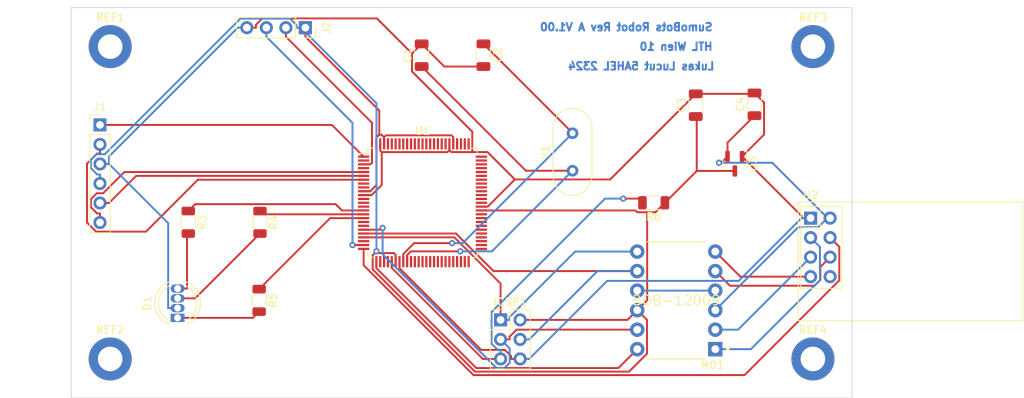
<source format=kicad_pcb>
(kicad_pcb (version 20211014) (generator pcbnew)
  (layers (0 "F.Cu" signal) (31 "B.Cu" signal) (34 "B.Paste" user) (35 "F.Paste" user) (36 "B.SilkS" user "B.Silkscreen") (37 "F.SilkS" user "F.Silkscreen") (38 "B.Mask" user) (39 "F.Mask" user) (44 "Edge.Cuts" user))
  (net 0 "")
  (net 1 "Net-(C1-Pad1)")
  (net 2 "GND")
  (net 3 "Net-(C2-Pad1)")
  (net 4 "VCC")
  (net 5 "Net-(C4-Pad1)")
  (net 6 "Net-(D1-Pad1)")
  (net 7 "Net-(D1-Pad3)")
  (net 8 "Net-(D1-Pad4)")
  (net 9 "Net-(ICSP1-Pad1)")
  (net 10 "Net-(ICSP1-Pad3)")
  (net 11 "Net-(ICSP1-Pad4)")
  (net 12 "Net-(ICSP1-Pad5)")
  (net 13 "Net-(J1-Pad1)")
  (net 14 "Net-(J1-Pad2)")
  (net 15 "Net-(J1-Pad5)")
  (net 16 "Net-(J1-Pad6)")
  (net 17 "Net-(MD1-Pad1)")
  (net 18 "Net-(MD1-Pad2)")
  (net 19 "Net-(MD1-Pad4)")
  (net 20 "Net-(MD1-Pad5)")
  (net 21 "Net-(MD1-Pad6)")
  (net 22 "Net-(MD1-Pad12)")
  (net 23 "Net-(R3-Pad1)")
  (net 24 "Net-(R4-Pad1)")
  (net 25 "Net-(R5-Pad1)")
  (net 36 "Net-(U1-Pad25)")
  (net 100 "Net-(J2-Pad2)")
  (net 101 "Net-(J2-Pad3)")
  (footprint "BOB_Converter:SparkFun-BOB-12009-MFG" (layer "F.Cu") (at 182.88 139.7 180)
    (fp_text reference "MD1" (at -6.35 -8.42) (layer "F.SilkS") (effects (justify right)))
    (fp_text value "BOB-12009" (at 0 0) (layer "F.SilkS") (effects (font (size 1.27 1.27))))
    (fp_line (start -3.765 -7.62) (end 3.765 -7.62) (layer "F.SilkS") (width 0.15))
    (fp_line (start -3.765 7.62) (end 3.765 7.62) (layer "F.SilkS") (width 0.15))
    (fp_circle (center -6.7 -6.35) (end -6.575 -6.35) (layer "F.SilkS") (width 0.25) (fill none))
    (pad "1" thru_hole rect (at -5.08 -6.35 180) (size 1.88 1.88) (drill 1.02) (layers *.Cu *.Mask) (net 17 "Net-(MD1-Pad1)"))
    (pad "2" thru_hole circle (at -5.08 -3.81 180) (size 1.88 1.88) (drill 1.02) (layers *.Cu *.Mask) (net 18 "Net-(MD1-Pad2)"))
    (pad "3" thru_hole circle (at -5.08 -1.27 180) (size 1.88 1.88) (drill 1.02) (layers *.Cu *.Mask) (net 5 "Net-(C4-Pad1)"))
    (pad "4" thru_hole circle (at -5.08 1.27 180) (size 1.88 1.88) (drill 1.02) (layers *.Cu *.Mask) (net 19 "Net-(MD1-Pad4)"))
    (pad "5" thru_hole circle (at -5.08 3.81 180) (size 1.88 1.88) (drill 1.02) (layers *.Cu *.Mask) (net 20 "Net-(MD1-Pad5)"))
    (pad "6" thru_hole circle (at -5.08 6.35 180) (size 1.88 1.88) (drill 1.02) (layers *.Cu *.Mask) (net 21 "Net-(MD1-Pad6)"))
    (pad "7" thru_hole circle (at 5.08 6.35 180) (size 1.88 1.88) (drill 1.02) (layers *.Cu *.Mask) (net 9 "Net-(ICSP1-Pad1)"))
    (pad "8" thru_hole circle (at 5.08 3.81 180) (size 1.88 1.88) (drill 1.02) (layers *.Cu *.Mask) (net 11 "Net-(ICSP1-Pad4)"))
    (pad "9" thru_hole circle (at 5.08 1.27 180) (size 1.88 1.88) (drill 1.02) (layers *.Cu *.Mask) (net 19 "Net-(MD1-Pad4)"))
    (pad "10" thru_hole circle (at 5.08 -1.27 180) (size 1.88 1.88) (drill 1.02) (layers *.Cu *.Mask) (net 4 "VCC"))
    (pad "11" thru_hole circle (at 5.08 -3.81 180) (size 1.88 1.88) (drill 1.02) (layers *.Cu *.Mask) (net 10 "Net-(ICSP1-Pad3)"))
    (pad "12" thru_hole circle (at 5.08 -6.35 180) (size 1.88 1.88) (drill 1.02) (layers *.Cu *.Mask) (net 22 "Net-(MD1-Pad12)"))
  )
  (footprint "MountingHole:MountingHole_3.2mm_M3_DIN965_Pad" (layer "F.Cu") (at 200.66 106.68)
    (fp_text reference "REF3" (at 0 -3.8) (layer "F.SilkS"))
    (fp_text value "MountingHole_3.2mm_M3_DIN965_Pad")
    (pad "1" thru_hole circle (at 0 0) (size 5.6 5.6) (drill 3.2) (layers *.Cu *.Mask))
  )
  (footprint "Connector_PinSocket_2.54mm:PinSocket_1x04_P2.54mm_Vertical" (layer "F.Cu") (at 134.62 104.215 -90)
    (fp_text reference "J2" (at 0 -2.77 90) (layer "F.SilkS"))
    (fp_text value "Test_Pins")
    (fp_line (start -1.33 1.27) (end -1.33 8.95) (layer "F.SilkS") (width 0.12))
    (fp_line (start 1.33 -1.33) (end 1.33 0) (layer "F.SilkS") (width 0.12))
    (fp_line (start 0 -1.33) (end 1.33 -1.33) (layer "F.SilkS") (width 0.12))
    (fp_line (start 1.33 1.27) (end 1.33 8.95) (layer "F.SilkS") (width 0.12))
    (fp_line (start -1.33 1.27) (end 1.33 1.27) (layer "F.SilkS") (width 0.12))
    (fp_line (start -1.33 8.95) (end 1.33 8.95) (layer "F.SilkS") (width 0.12))
    (pad "1" thru_hole rect (at 0 0 270) (size 1.7 1.7) (drill 1) (layers *.Cu *.Mask) (net 4 "VCC"))
    (pad "2" thru_hole oval (at 0 2.54 270) (size 1.7 1.7) (drill 1) (layers *.Cu *.Mask) (net 100 "Net-(J2-Pad2)"))
    (pad "3" thru_hole oval (at 0 5.08 270) (size 1.7 1.7) (drill 1) (layers *.Cu *.Mask) (net 101 "Net-(J2-Pad3)"))
    (pad "4" thru_hole oval (at 0 7.62 270) (size 1.7 1.7) (drill 1) (layers *.Cu *.Mask) (net 2 "GND"))
  )
  (footprint "Package_QFP:TQFP-100_14x14mm_P0.5mm" (layer "F.Cu") (at 149.86 127)
    (fp_text reference "U1" (at 0 -9.35) (layer "F.SilkS"))
    (fp_text value "ATmega2560-16A")
    (fp_line (start 7.11 7.11) (end 7.11 6.41) (layer "F.SilkS") (width 0.12))
    (fp_line (start 7.11 -7.11) (end 7.11 -6.41) (layer "F.SilkS") (width 0.12))
    (fp_line (start -6.41 7.11) (end -7.11 7.11) (layer "F.SilkS") (width 0.12))
    (fp_line (start 6.41 -7.11) (end 7.11 -7.11) (layer "F.SilkS") (width 0.12))
    (fp_line (start -6.41 -7.11) (end -7.11 -7.11) (layer "F.SilkS") (width 0.12))
    (fp_line (start -7.11 -6.41) (end -8.4 -6.41) (layer "F.SilkS") (width 0.12))
    (fp_line (start 6.41 7.11) (end 7.11 7.11) (layer "F.SilkS") (width 0.12))
    (fp_line (start -7.11 -7.11) (end -7.11 -6.41) (layer "F.SilkS") (width 0.12))
    (fp_line (start -7.11 7.11) (end -7.11 6.41) (layer "F.SilkS") (width 0.12))
    (pad "1" smd roundrect (at -7.6625 -6) (size 1.475 0.3) (layers "F.Cu" "F.Paste" "F.Mask") (net 13 "Net-(J1-Pad1)"))
    (pad "2" smd roundrect (at -7.6625 -5.5) (size 1.475 0.3) (layers "F.Cu" "F.Paste" "F.Mask"))
    (pad "3" smd roundrect (at -7.6625 -5) (size 1.475 0.3) (layers "F.Cu" "F.Paste" "F.Mask") (net 100 "Net-(J2-Pad2)"))
    (pad "4" smd roundrect (at -7.6625 -4.5) (size 1.475 0.3) (layers "F.Cu" "F.Paste" "F.Mask"))
    (pad "5" smd roundrect (at -7.6625 -4) (size 1.475 0.3) (layers "F.Cu" "F.Paste" "F.Mask") (net 16 "Net-(J1-Pad6)"))
    (pad "6" smd roundrect (at -7.6625 -3.5) (size 1.475 0.3) (layers "F.Cu" "F.Paste" "F.Mask") (net 15 "Net-(J1-Pad5)"))
    (pad "7" smd roundrect (at -7.6625 -3) (size 1.475 0.3) (layers "F.Cu" "F.Paste" "F.Mask") (net 14 "Net-(J1-Pad2)"))
    (pad "8" smd roundrect (at -7.6625 -2.5) (size 1.475 0.3) (layers "F.Cu" "F.Paste" "F.Mask"))
    (pad "9" smd roundrect (at -7.6625 -2) (size 1.475 0.3) (layers "F.Cu" "F.Paste" "F.Mask"))
    (pad "10" smd roundrect (at -7.6625 -1.5) (size 1.475 0.3) (layers "F.Cu" "F.Paste" "F.Mask") (net 4 "VCC"))
    (pad "11" smd roundrect (at -7.6625 -1) (size 1.475 0.3) (layers "F.Cu" "F.Paste" "F.Mask") (net 2 "GND"))
    (pad "12" smd roundrect (at -7.6625 -0.5) (size 1.475 0.3) (layers "F.Cu" "F.Paste" "F.Mask"))
    (pad "13" smd roundrect (at -7.6625 0) (size 1.475 0.3) (layers "F.Cu" "F.Paste" "F.Mask"))
    (pad "14" smd roundrect (at -7.6625 0.5) (size 1.475 0.3) (layers "F.Cu" "F.Paste" "F.Mask"))
    (pad "15" smd roundrect (at -7.6625 1) (size 1.475 0.3) (layers "F.Cu" "F.Paste" "F.Mask") (net 23 "Net-(R3-Pad1)"))
    (pad "16" smd roundrect (at -7.6625 1.5) (size 1.475 0.3) (layers "F.Cu" "F.Paste" "F.Mask") (net 24 "Net-(R4-Pad1)"))
    (pad "17" smd roundrect (at -7.6625 2) (size 1.475 0.3) (layers "F.Cu" "F.Paste" "F.Mask") (net 25 "Net-(R5-Pad1)"))
    (pad "18" smd roundrect (at -7.6625 2.5) (size 1.475 0.3) (layers "F.Cu" "F.Paste" "F.Mask"))
    (pad "19" smd roundrect (at -7.6625 3) (size 1.475 0.3) (layers "F.Cu" "F.Paste" "F.Mask"))
    (pad "20" smd roundrect (at -7.6625 3.5) (size 1.475 0.3) (layers "F.Cu" "F.Paste" "F.Mask") (net 10 "Net-(ICSP1-Pad3)"))
    (pad "21" smd roundrect (at -7.6625 4) (size 1.475 0.3) (layers "F.Cu" "F.Paste" "F.Mask") (net 11 "Net-(ICSP1-Pad4)"))
    (pad "22" smd roundrect (at -7.6625 4.5) (size 1.475 0.3) (layers "F.Cu" "F.Paste" "F.Mask") (net 9 "Net-(ICSP1-Pad1)"))
    (pad "23" smd roundrect (at -7.6625 5) (size 1.475 0.3) (layers "F.Cu" "F.Paste" "F.Mask"))
    (pad "24" smd roundrect (at -7.6625 5.5) (size 1.475 0.3) (layers "F.Cu" "F.Paste" "F.Mask") (net 101 "Net-(J2-Pad3)"))
    (pad "25" smd roundrect (at -7.6625 6) (size 1.475 0.3) (layers "F.Cu" "F.Paste" "F.Mask") (net 36 "Net-(U1-Pad25)"))
    (pad "26" smd roundrect (at -6 7.6625) (size 0.3 1.475) (layers "F.Cu" "F.Paste" "F.Mask") (net 22 "Net-(MD1-Pad12)"))
    (pad "27" smd roundrect (at -5.5 7.6625) (size 0.3 1.475) (layers "F.Cu" "F.Paste" "F.Mask"))
    (pad "28" smd roundrect (at -5 7.6625) (size 0.3 1.475) (layers "F.Cu" "F.Paste" "F.Mask"))
    (pad "29" smd roundrect (at -4.5 7.6625) (size 0.3 1.475) (layers "F.Cu" "F.Paste" "F.Mask"))
    (pad "30" smd roundrect (at -4 7.6625) (size 0.3 1.475) (layers "F.Cu" "F.Paste" "F.Mask") (net 12 "Net-(ICSP1-Pad5)"))
    (pad "31" smd roundrect (at -3.5 7.6625) (size 0.3 1.475) (layers "F.Cu" "F.Paste" "F.Mask") (net 4 "VCC"))
    (pad "32" smd roundrect (at -3 7.6625) (size 0.3 1.475) (layers "F.Cu" "F.Paste" "F.Mask") (net 2 "GND"))
    (pad "33" smd roundrect (at -2.5 7.6625) (size 0.3 1.475) (layers "F.Cu" "F.Paste" "F.Mask") (net 3 "Net-(C2-Pad1)"))
    (pad "34" smd roundrect (at -2 7.6625) (size 0.3 1.475) (layers "F.Cu" "F.Paste" "F.Mask") (net 1 "Net-(C1-Pad1)"))
    (pad "35" smd roundrect (at -1.5 7.6625) (size 0.3 1.475) (layers "F.Cu" "F.Paste" "F.Mask"))
    (pad "36" smd roundrect (at -1 7.6625) (size 0.3 1.475) (layers "F.Cu" "F.Paste" "F.Mask"))
    (pad "37" smd roundrect (at -0.5 7.6625) (size 0.3 1.475) (layers "F.Cu" "F.Paste" "F.Mask"))
    (pad "38" smd roundrect (at 0 7.6625) (size 0.3 1.475) (layers "F.Cu" "F.Paste" "F.Mask"))
    (pad "39" smd roundrect (at 0.5 7.6625) (size 0.3 1.475) (layers "F.Cu" "F.Paste" "F.Mask"))
    (pad "40" smd roundrect (at 1 7.6625) (size 0.3 1.475) (layers "F.Cu" "F.Paste" "F.Mask"))
    (pad "41" smd roundrect (at 1.5 7.6625) (size 0.3 1.475) (layers "F.Cu" "F.Paste" "F.Mask"))
    (pad "42" smd roundrect (at 2 7.6625) (size 0.3 1.475) (layers "F.Cu" "F.Paste" "F.Mask"))
    (pad "43" smd roundrect (at 2.5 7.6625) (size 0.3 1.475) (layers "F.Cu" "F.Paste" "F.Mask"))
    (pad "44" smd roundrect (at 3 7.6625) (size 0.3 1.475) (layers "F.Cu" "F.Paste" "F.Mask"))
    (pad "45" smd roundrect (at 3.5 7.6625) (size 0.3 1.475) (layers "F.Cu" "F.Paste" "F.Mask"))
    (pad "46" smd roundrect (at 4 7.6625) (size 0.3 1.475) (layers "F.Cu" "F.Paste" "F.Mask"))
    (pad "47" smd roundrect (at 4.5 7.6625) (size 0.3 1.475) (layers "F.Cu" "F.Paste" "F.Mask"))
    (pad "48" smd roundrect (at 5 7.6625) (size 0.3 1.475) (layers "F.Cu" "F.Paste" "F.Mask"))
    (pad "49" smd roundrect (at 5.5 7.6625) (size 0.3 1.475) (layers "F.Cu" "F.Paste" "F.Mask"))
    (pad "50" smd roundrect (at 6 7.6625) (size 0.3 1.475) (layers "F.Cu" "F.Paste" "F.Mask"))
    (pad "51" smd roundrect (at 7.6625 6) (size 1.475 0.3) (layers "F.Cu" "F.Paste" "F.Mask"))
    (pad "52" smd roundrect (at 7.6625 5.5) (size 1.475 0.3) (layers "F.Cu" "F.Paste" "F.Mask"))
    (pad "53" smd roundrect (at 7.6625 5) (size 1.475 0.3) (layers "F.Cu" "F.Paste" "F.Mask"))
    (pad "54" smd roundrect (at 7.6625 4.5) (size 1.475 0.3) (layers "F.Cu" "F.Paste" "F.Mask"))
    (pad "55" smd roundrect (at 7.6625 4) (size 1.475 0.3) (layers "F.Cu" "F.Paste" "F.Mask"))
    (pad "56" smd roundrect (at 7.6625 3.5) (size 1.475 0.3) (layers "F.Cu" "F.Paste" "F.Mask"))
    (pad "57" smd roundrect (at 7.6625 3) (size 1.475 0.3) (layers "F.Cu" "F.Paste" "F.Mask"))
    (pad "58" smd roundrect (at 7.6625 2.5) (size 1.475 0.3) (layers "F.Cu" "F.Paste" "F.Mask"))
    (pad "59" smd roundrect (at 7.6625 2) (size 1.475 0.3) (layers "F.Cu" "F.Paste" "F.Mask"))
    (pad "60" smd roundrect (at 7.6625 1.5) (size 1.475 0.3) (layers "F.Cu" "F.Paste" "F.Mask"))
    (pad "61" smd roundrect (at 7.6625 1) (size 1.475 0.3) (layers "F.Cu" "F.Paste" "F.Mask") (net 4 "VCC"))
    (pad "62" smd roundrect (at 7.6625 0.5) (size 1.475 0.3) (layers "F.Cu" "F.Paste" "F.Mask") (net 2 "GND"))
    (pad "63" smd roundrect (at 7.6625 0) (size 1.475 0.3) (layers "F.Cu" "F.Paste" "F.Mask"))
    (pad "64" smd roundrect (at 7.6625 -0.5) (size 1.475 0.3) (layers "F.Cu" "F.Paste" "F.Mask"))
    (pad "65" smd roundrect (at 7.6625 -1) (size 1.475 0.3) (layers "F.Cu" "F.Paste" "F.Mask"))
    (pad "66" smd roundrect (at 7.6625 -1.5) (size 1.475 0.3) (layers "F.Cu" "F.Paste" "F.Mask"))
    (pad "67" smd roundrect (at 7.6625 -2) (size 1.475 0.3) (layers "F.Cu" "F.Paste" "F.Mask"))
    (pad "68" smd roundrect (at 7.6625 -2.5) (size 1.475 0.3) (layers "F.Cu" "F.Paste" "F.Mask"))
    (pad "69" smd roundrect (at 7.6625 -3) (size 1.475 0.3) (layers "F.Cu" "F.Paste" "F.Mask"))
    (pad "70" smd roundrect (at 7.6625 -3.5) (size 1.475 0.3) (layers "F.Cu" "F.Paste" "F.Mask"))
    (pad "71" smd roundrect (at 7.6625 -4) (size 1.475 0.3) (layers "F.Cu" "F.Paste" "F.Mask"))
    (pad "72" smd roundrect (at 7.6625 -4.5) (size 1.475 0.3) (layers "F.Cu" "F.Paste" "F.Mask"))
    (pad "73" smd roundrect (at 7.6625 -5) (size 1.475 0.3) (layers "F.Cu" "F.Paste" "F.Mask"))
    (pad "74" smd roundrect (at 7.6625 -5.5) (size 1.475 0.3) (layers "F.Cu" "F.Paste" "F.Mask"))
    (pad "75" smd roundrect (at 7.6625 -6) (size 1.475 0.3) (layers "F.Cu" "F.Paste" "F.Mask"))
    (pad "76" smd roundrect (at 6 -7.6625) (size 0.3 1.475) (layers "F.Cu" "F.Paste" "F.Mask"))
    (pad "77" smd roundrect (at 5.5 -7.6625) (size 0.3 1.475) (layers "F.Cu" "F.Paste" "F.Mask"))
    (pad "78" smd roundrect (at 5 -7.6625) (size 0.3 1.475) (layers "F.Cu" "F.Paste" "F.Mask"))
    (pad "79" smd roundrect (at 4.5 -7.6625) (size 0.3 1.475) (layers "F.Cu" "F.Paste" "F.Mask"))
    (pad "80" smd roundrect (at 4 -7.6625) (size 0.3 1.475) (layers "F.Cu" "F.Paste" "F.Mask") (net 4 "VCC"))
    (pad "81" smd roundrect (at 3.5 -7.6625) (size 0.3 1.475) (layers "F.Cu" "F.Paste" "F.Mask") (net 2 "GND"))
    (pad "82" smd roundrect (at 3 -7.6625) (size 0.3 1.475) (layers "F.Cu" "F.Paste" "F.Mask"))
    (pad "83" smd roundrect (at 2.5 -7.6625) (size 0.3 1.475) (layers "F.Cu" "F.Paste" "F.Mask"))
    (pad "84" smd roundrect (at 2 -7.6625) (size 0.3 1.475) (layers "F.Cu" "F.Paste" "F.Mask"))
    (pad "85" smd roundrect (at 1.5 -7.6625) (size 0.3 1.475) (layers "F.Cu" "F.Paste" "F.Mask"))
    (pad "86" smd roundrect (at 1 -7.6625) (size 0.3 1.475) (layers "F.Cu" "F.Paste" "F.Mask"))
    (pad "87" smd roundrect (at 0.5 -7.6625) (size 0.3 1.475) (layers "F.Cu" "F.Paste" "F.Mask"))
    (pad "88" smd roundrect (at 0 -7.6625) (size 0.3 1.475) (layers "F.Cu" "F.Paste" "F.Mask"))
    (pad "89" smd roundrect (at -0.5 -7.6625) (size 0.3 1.475) (layers "F.Cu" "F.Paste" "F.Mask"))
    (pad "90" smd roundrect (at -1 -7.6625) (size 0.3 1.475) (layers "F.Cu" "F.Paste" "F.Mask"))
    (pad "91" smd roundrect (at -1.5 -7.6625) (size 0.3 1.475) (layers "F.Cu" "F.Paste" "F.Mask"))
    (pad "92" smd roundrect (at -2 -7.6625) (size 0.3 1.475) (layers "F.Cu" "F.Paste" "F.Mask"))
    (pad "93" smd roundrect (at -2.5 -7.6625) (size 0.3 1.475) (layers "F.Cu" "F.Paste" "F.Mask"))
    (pad "94" smd roundrect (at -3 -7.6625) (size 0.3 1.475) (layers "F.Cu" "F.Paste" "F.Mask"))
    (pad "95" smd roundrect (at -3.5 -7.6625) (size 0.3 1.475) (layers "F.Cu" "F.Paste" "F.Mask"))
    (pad "96" smd roundrect (at -4 -7.6625) (size 0.3 1.475) (layers "F.Cu" "F.Paste" "F.Mask"))
    (pad "97" smd roundrect (at -4.5 -7.6625) (size 0.3 1.475) (layers "F.Cu" "F.Paste" "F.Mask"))
    (pad "98" smd roundrect (at -5 -7.6625) (size 0.3 1.475) (layers "F.Cu" "F.Paste" "F.Mask") (net 4 "VCC"))
    (pad "99" smd roundrect (at -5.5 -7.6625) (size 0.3 1.475) (layers "F.Cu" "F.Paste" "F.Mask") (net 2 "GND"))
    (pad "100" smd roundrect (at -6 -7.6625) (size 0.3 1.475) (layers "F.Cu" "F.Paste" "F.Mask") (net 4 "VCC"))
  )
  (footprint "LED_THT:LED_D5.0mm-4_RGB" (layer "F.Cu") (at 117.991 141.9741 90)
    (fp_text reference "D1" (at 1.905 -3.96 90) (layer "F.SilkS"))
    (fp_text value "APA-106-F5")
    (fp_line (start -0.655 -1.545) (end -0.655 -1.08) (layer "F.SilkS") (width 0.12))
    (fp_line (start -0.655 1.08) (end -0.655 1.545) (layer "F.SilkS") (width 0.12))
    (fp_arc (start 4.159479 1.080429) (mid 1.904762 2.5) (end -0.349684 1.08) (layer "F.SilkS") (width 0.12))
    (fp_arc (start 4.692815 1.080827) (mid 2.163456 2.978808) (end -0.655 1.54483) (layer "F.SilkS") (width 0.12))
    (fp_arc (start -0.655 -1.54483) (mid 2.163456 -2.978809) (end 4.692815 -1.080827) (layer "F.SilkS") (width 0.12))
    (fp_arc (start -0.349684 -1.08) (mid 1.904762 -2.5) (end 4.159479 -1.080429) (layer "F.SilkS") (width 0.12))
    (pad "1" thru_hole rect (at 0 0 90) (size 1.07 1.8) (drill 0.9) (layers *.Cu *.Mask) (net 6 "Net-(D1-Pad1)"))
    (pad "2" thru_hole oval (at 1.27 0 90) (size 1.07 1.8) (drill 0.9) (layers *.Cu *.Mask) (net 2 "GND"))
    (pad "3" thru_hole oval (at 2.54 0 90) (size 1.07 1.8) (drill 0.9) (layers *.Cu *.Mask) (net 7 "Net-(D1-Pad3)"))
    (pad "4" thru_hole oval (at 3.81 0 90) (size 1.07 1.8) (drill 0.9) (layers *.Cu *.Mask) (net 8 "Net-(D1-Pad4)"))
  )
  (footprint "MountingHole:MountingHole_3.2mm_M3_DIN965_Pad" (layer "F.Cu") (at 109.22 147.32)
    (fp_text reference "REF2" (at 0 -3.8) (layer "F.SilkS"))
    (fp_text value "MountingHole_3.2mm_M3_DIN965_Pad")
    (pad "1" thru_hole circle (at 0 0) (size 5.6 5.6) (drill 3.2) (layers *.Cu *.Mask))
  )
  (footprint "Resistor_SMD:R_1206_3216Metric" (layer "F.Cu") (at 179.94 127 180)
    (fp_text reference "R6" (at 0 -1.82) (layer "F.SilkS"))
    (fp_text value "10k")
    (fp_line (start -0.727064 0.91) (end 0.727064 0.91) (layer "F.SilkS") (width 0.12))
    (fp_line (start -0.727064 -0.91) (end 0.727064 -0.91) (layer "F.SilkS") (width 0.12))
    (pad "1" smd roundrect (at -1.4625 0 180) (size 1.125 1.75) (layers "F.Cu" "F.Paste" "F.Mask") (roundrect_rratio 0.222222) (net 4 "VCC"))
    (pad "2" smd roundrect (at 1.4625 0 180) (size 1.125 1.75) (layers "F.Cu" "F.Paste" "F.Mask") (roundrect_rratio 0.222222) (net 12 "Net-(ICSP1-Pad5)"))
  )
  (footprint "MountingHole:MountingHole_3.2mm_M3_DIN965_Pad" (layer "F.Cu") (at 200.66 147.32)
    (fp_text reference "REF4" (at 0 -3.8) (layer "F.SilkS"))
    (fp_text value "MountingHole_3.2mm_M3_DIN965_Pad")
    (pad "1" thru_hole circle (at 0 0) (size 5.6 5.6) (drill 3.2) (layers *.Cu *.Mask))
  )
  (footprint "Connector_PinHeader_2.54mm:PinHeader_1x06_P2.54mm_Vertical" (layer "F.Cu") (at 107.89 116.87)
    (fp_text reference "J1" (at 0 -2.33) (layer "F.SilkS"))
    (fp_text value "Motorshield")
    (fp_line (start -1.33 1.27) (end -1.33 14.03) (layer "F.SilkS") (width 0.12))
    (fp_line (start 1.33 1.27) (end 1.33 14.03) (layer "F.SilkS") (width 0.12))
    (fp_line (start -1.33 1.27) (end 1.33 1.27) (layer "F.SilkS") (width 0.12))
    (fp_line (start -1.33 0) (end -1.33 -1.33) (layer "F.SilkS") (width 0.12))
    (fp_line (start -1.33 -1.33) (end 0 -1.33) (layer "F.SilkS") (width 0.12))
    (fp_line (start -1.33 14.03) (end 1.33 14.03) (layer "F.SilkS") (width 0.12))
    (pad "1" thru_hole rect (at 0 0) (size 1.7 1.7) (drill 1) (layers *.Cu *.Mask) (net 13 "Net-(J1-Pad1)"))
    (pad "2" thru_hole oval (at 0 2.54) (size 1.7 1.7) (drill 1) (layers *.Cu *.Mask) (net 14 "Net-(J1-Pad2)"))
    (pad "3" thru_hole oval (at 0 5.08) (size 1.7 1.7) (drill 1) (layers *.Cu *.Mask) (net 2 "GND"))
    (pad "4" thru_hole oval (at 0 7.62) (size 1.7 1.7) (drill 1) (layers *.Cu *.Mask) (net 4 "VCC"))
    (pad "5" thru_hole oval (at 0 10.16) (size 1.7 1.7) (drill 1) (layers *.Cu *.Mask) (net 15 "Net-(J1-Pad5)"))
    (pad "6" thru_hole oval (at 0 12.7) (size 1.7 1.7) (drill 1) (layers *.Cu *.Mask) (net 16 "Net-(J1-Pad6)"))
  )
  (footprint "RF_Module:nRF24L01_Breakout" (layer "F.Cu") (at 200.36 128.995)
    (fp_text reference "U2" (at 0 -3) (layer "F.SilkS"))
    (fp_text value "NRF24L01_Breakout")
    (fp_line (start -1.27 9.144) (end -1.27 9.144) (layer "F.SilkS") (width 0.12))
    (fp_line (start -1.27 -1.524) (end 4.064 -1.524) (layer "F.SilkS") (width 0.12))
    (fp_line (start 1.27 -1.016) (end 1.27 1.27) (layer "F.SilkS") (width 0.12))
    (fp_line (start -1.27 9.144) (end -1.27 -1.524) (layer "F.SilkS") (width 0.12))
    (fp_line (start 27.6 13.35) (end -1.6 13.35) (layer "F.SilkS") (width 0.12))
    (fp_line (start 4.064 -1.524) (end 4.064 9.144) (layer "F.SilkS") (width 0.12))
    (fp_line (start -1.6 13.35) (end -1.6 -2.1) (layer "F.SilkS") (width 0.12))
    (fp_line (start 4.064 9.144) (end -1.27 9.144) (layer "F.SilkS") (width 0.12))
    (fp_line (start -1.27 -1.524) (end -1.27 -1.524) (layer "F.SilkS") (width 0.12))
    (fp_line (start -1.016 1.27) (end -1.016 1.27) (layer "F.SilkS") (width 0.12))
    (fp_line (start -1.6 -2.1) (end 27.6 -2.1) (layer "F.SilkS") (width 0.12))
    (fp_line (start 27.6 -2.1) (end 27.6 13.35) (layer "F.SilkS") (width 0.12))
    (fp_line (start 1.27 1.27) (end -1.016 1.27) (layer "F.SilkS") (width 0.12))
    (fp_line (start -1.6 -2.1) (end -1.6 -2.1) (layer "F.SilkS") (width 0.12))
    (pad "1" thru_hole rect (at 0 0) (size 1.7 1.7) (drill 1) (layers *.Cu *.Mask) (net 2 "GND"))
    (pad "2" thru_hole circle (at 2.54 0) (size 1.7 1.7) (drill 1) (layers *.Cu *.Mask) (net 5 "Net-(C4-Pad1)"))
    (pad "3" thru_hole circle (at 0 2.54) (size 1.7 1.7) (drill 1) (layers *.Cu *.Mask) (net 17 "Net-(MD1-Pad1)"))
    (pad "4" thru_hole circle (at 2.54 2.54) (size 1.7 1.7) (drill 1) (layers *.Cu *.Mask) (net 36 "Net-(U1-Pad25)"))
    (pad "5" thru_hole circle (at 0 5.08) (size 1.7 1.7) (drill 1) (layers *.Cu *.Mask) (net 18 "Net-(MD1-Pad2)"))
    (pad "6" thru_hole circle (at 2.54 5.08) (size 1.7 1.7) (drill 1) (layers *.Cu *.Mask) (net 20 "Net-(MD1-Pad5)"))
    (pad "7" thru_hole circle (at 0 7.62) (size 1.7 1.7) (drill 1) (layers *.Cu *.Mask) (net 21 "Net-(MD1-Pad6)"))
    (pad "8" thru_hole circle (at 2.54 7.62) (size 1.7 1.7) (drill 1) (layers *.Cu *.Mask))
  )
  (footprint "Crystal:Crystal_HC49-U_Vertical" (layer "F.Cu") (at 169.38 122.83 90)
    (fp_text reference "Y1" (at 2.44 -3.525 90) (layer "F.SilkS"))
    (fp_text value "16MHz")
    (fp_line (start -0.685 2.525) (end 5.565 2.525) (layer "F.SilkS") (width 0.12))
    (fp_line (start -0.685 -2.525) (end 5.565 -2.525) (layer "F.SilkS") (width 0.12))
    (fp_arc (start 5.565 -2.525) (mid 8.09 0) (end 5.565 2.525) (layer "F.SilkS") (width 0.12))
    (fp_arc (start -0.685 2.525) (mid -3.21 0) (end -0.685 -2.525) (layer "F.SilkS") (width 0.12))
    (pad "1" thru_hole circle (at 0 0 90) (size 1.5 1.5) (drill 0.8) (layers *.Cu *.Mask) (net 1 "Net-(C1-Pad1)"))
    (pad "2" thru_hole circle (at 4.88 0 90) (size 1.5 1.5) (drill 0.8) (layers *.Cu *.Mask) (net 3 "Net-(C2-Pad1)"))
  )
  (footprint "Capacitor_SMD:C_1206_3216Metric" (layer "F.Cu") (at 149.75 107.7975 90)
    (fp_text reference "C1" (at 0 -1.85 90) (layer "F.SilkS"))
    (fp_text value "22pF")
    (fp_line (start -0.711252 0.91) (end 0.711252 0.91) (layer "F.SilkS") (width 0.12))
    (fp_line (start -0.711252 -0.91) (end 0.711252 -0.91) (layer "F.SilkS") (width 0.12))
    (pad "1" smd roundrect (at -1.475 0 90) (size 1.15 1.8) (layers "F.Cu" "F.Paste" "F.Mask") (roundrect_rratio 0.217391) (net 1 "Net-(C1-Pad1)"))
    (pad "2" smd roundrect (at 1.475 0 90) (size 1.15 1.8) (layers "F.Cu" "F.Paste" "F.Mask") (roundrect_rratio 0.217391) (net 2 "GND"))
  )
  (footprint "Capacitor_SMD:C_1206_3216Metric" (layer "F.Cu") (at 185.42 114.3 90)
    (fp_text reference "C3" (at 0 -1.85 90) (layer "F.SilkS"))
    (fp_text value "470nF")
    (fp_line (start -0.711252 -0.91) (end 0.711252 -0.91) (layer "F.SilkS") (width 0.12))
    (fp_line (start -0.711252 0.91) (end 0.711252 0.91) (layer "F.SilkS") (width 0.12))
    (pad "1" smd roundrect (at -1.475 0 90) (size 1.15 1.8) (layers "F.Cu" "F.Paste" "F.Mask") (roundrect_rratio 0.217391) (net 4 "VCC"))
    (pad "2" smd roundrect (at 1.475 0 90) (size 1.15 1.8) (layers "F.Cu" "F.Paste" "F.Mask") (roundrect_rratio 0.217391) (net 2 "GND"))
  )
  (footprint "Capacitor_SMD:C_1206_3216Metric" (layer "F.Cu") (at 193.06 114.1875 90)
    (fp_text reference "C4" (at 0 -1.85 90) (layer "F.SilkS"))
    (fp_text value "470nF")
    (fp_line (start -0.711252 -0.91) (end 0.711252 -0.91) (layer "F.SilkS") (width 0.12))
    (fp_line (start -0.711252 0.91) (end 0.711252 0.91) (layer "F.SilkS") (width 0.12))
    (pad "1" smd roundrect (at -1.475 0 90) (size 1.15 1.8) (layers "F.Cu" "F.Paste" "F.Mask") (roundrect_rratio 0.217391) (net 5 "Net-(C4-Pad1)"))
    (pad "2" smd roundrect (at 1.475 0 90) (size 1.15 1.8) (layers "F.Cu" "F.Paste" "F.Mask") (roundrect_rratio 0.217391) (net 2 "GND"))
  )
  (footprint "Capacitor_SMD:C_1206_3216Metric" (layer "F.Cu") (at 157.79 107.7975 -90)
    (fp_text reference "C2" (at 0 -1.85 90) (layer "F.SilkS"))
    (fp_text value "22pF")
    (fp_line (start -0.711252 -0.91) (end 0.711252 -0.91) (layer "F.SilkS") (width 0.12))
    (fp_line (start -0.711252 0.91) (end 0.711252 0.91) (layer "F.SilkS") (width 0.12))
    (pad "1" smd roundrect (at -1.475 0 270) (size 1.15 1.8) (layers "F.Cu" "F.Paste" "F.Mask") (roundrect_rratio 0.217391) (net 3 "Net-(C2-Pad1)"))
    (pad "2" smd roundrect (at 1.475 0 270) (size 1.15 1.8) (layers "F.Cu" "F.Paste" "F.Mask") (roundrect_rratio 0.217391) (net 2 "GND"))
  )
  (footprint "MountingHole:MountingHole_3.2mm_M3_DIN965_Pad" (layer "F.Cu") (at 109.22 106.68)
    (fp_text reference "REF1" (at 0 -3.8) (layer "F.SilkS"))
    (fp_text value "MountingHole_3.2mm_M3_DIN965_Pad")
    (pad "1" thru_hole circle (at 0 0) (size 5.6 5.6) (drill 3.2) (layers *.Cu *.Mask))
  )
  (footprint "Resistor_SMD:R_1206_3216Metric" (layer "F.Cu") (at 128.6 139.7 -90)
    (fp_text reference "R5" (at 0 -1.82 -270) (layer "F.SilkS"))
    (fp_text value "330E")
    (fp_line (start -0.727064 0.91) (end 0.727064 0.91) (layer "F.SilkS") (width 0.12))
    (fp_line (start -0.727064 -0.91) (end 0.727064 -0.91) (layer "F.SilkS") (width 0.12))
    (pad "1" smd roundrect (at -1.4625 0 270) (size 1.125 1.75) (layers "F.Cu" "F.Paste" "F.Mask") (roundrect_rratio 0.222222) (net 25 "Net-(R5-Pad1)"))
    (pad "2" smd roundrect (at 1.4625 0 270) (size 1.125 1.75) (layers "F.Cu" "F.Paste" "F.Mask") (roundrect_rratio 0.222222) (net 6 "Net-(D1-Pad1)"))
  )
  (footprint "Package_TO_SOT_SMD:SOT-23" (layer "F.Cu") (at 190.5 121.92 -90)
    (fp_text reference "U3" (at 0 -2.4 90) (layer "F.SilkS"))
    (fp_text value "MCP1703Ax-120xxTT")
    (fp_line (start 0 -1.56) (end 0.65 -1.56) (layer "F.SilkS") (width 0.12))
    (fp_line (start 0 -1.56) (end -1.675 -1.56) (layer "F.SilkS") (width 0.12))
    (fp_line (start 0 1.56) (end 0.65 1.56) (layer "F.SilkS") (width 0.12))
    (fp_line (start 0 1.56) (end -0.65 1.56) (layer "F.SilkS") (width 0.12))
    (pad "1" smd roundrect (at -0.9375 -0.95 270) (size 1.475 0.6) (layers "F.Cu" "F.Paste" "F.Mask") (net 2 "GND"))
    (pad "2" smd roundrect (at -0.9375 0.95 270) (size 1.475 0.6) (layers "F.Cu" "F.Paste" "F.Mask") (net 5 "Net-(C4-Pad1)"))
    (pad "3" smd roundrect (at 0.9375 0 270) (size 1.475 0.6) (layers "F.Cu" "F.Paste" "F.Mask") (net 4 "VCC"))
  )
  (footprint "Resistor_SMD:R_1206_3216Metric" (layer "F.Cu") (at 119.38 129.54 -90)
    (fp_text reference "R3" (at 0 -1.82 -270) (layer "F.SilkS"))
    (fp_text value "330E")
    (fp_line (start -0.727064 -0.91) (end 0.727064 -0.91) (layer "F.SilkS") (width 0.12))
    (fp_line (start -0.727064 0.91) (end 0.727064 0.91) (layer "F.SilkS") (width 0.12))
    (pad "1" smd roundrect (at -1.4625 0 270) (size 1.125 1.75) (layers "F.Cu" "F.Paste" "F.Mask") (roundrect_rratio 0.222222) (net 23 "Net-(R3-Pad1)"))
    (pad "2" smd roundrect (at 1.4625 0 270) (size 1.125 1.75) (layers "F.Cu" "F.Paste" "F.Mask") (roundrect_rratio 0.222222) (net 8 "Net-(D1-Pad4)"))
  )
  (footprint "Connector_PinHeader_2.54mm:PinHeader_2x03_P2.54mm_Vertical" (layer "F.Cu") (at 160.02 142.24)
    (fp_text reference "ICSP1" (at 1.27 -2.33) (layer "F.SilkS"))
    (fp_text value "Conn_02x03_Odd_Even")
    (fp_line (start -1.33 1.27) (end -1.33 6.41) (layer "F.SilkS") (width 0.12))
    (fp_line (start 1.27 1.27) (end 1.27 -1.33) (layer "F.SilkS") (width 0.12))
    (fp_line (start -1.33 -1.33) (end 0 -1.33) (layer "F.SilkS") (width 0.12))
    (fp_line (start 3.87 -1.33) (end 3.87 6.41) (layer "F.SilkS") (width 0.12))
    (fp_line (start -1.33 1.27) (end 1.27 1.27) (layer "F.SilkS") (width 0.12))
    (fp_line (start -1.33 0) (end -1.33 -1.33) (layer "F.SilkS") (width 0.12))
    (fp_line (start 1.27 -1.33) (end 3.87 -1.33) (layer "F.SilkS") (width 0.12))
    (fp_line (start -1.33 6.41) (end 3.87 6.41) (layer "F.SilkS") (width 0.12))
    (pad "1" thru_hole rect (at 0 0) (size 1.7 1.7) (drill 1) (layers *.Cu *.Mask) (net 9 "Net-(ICSP1-Pad1)"))
    (pad "2" thru_hole oval (at 2.54 0) (size 1.7 1.7) (drill 1) (layers *.Cu *.Mask) (net 4 "VCC"))
    (pad "3" thru_hole oval (at 0 2.54) (size 1.7 1.7) (drill 1) (layers *.Cu *.Mask) (net 10 "Net-(ICSP1-Pad3)"))
    (pad "4" thru_hole oval (at 2.54 2.54) (size 1.7 1.7) (drill 1) (layers *.Cu *.Mask) (net 11 "Net-(ICSP1-Pad4)"))
    (pad "5" thru_hole oval (at 0 5.08) (size 1.7 1.7) (drill 1) (layers *.Cu *.Mask) (net 12 "Net-(ICSP1-Pad5)"))
    (pad "6" thru_hole oval (at 2.54 5.08) (size 1.7 1.7) (drill 1) (layers *.Cu *.Mask) (net 2 "GND"))
  )
  (footprint "Resistor_SMD:R_1206_3216Metric" (layer "F.Cu") (at 128.71 129.54 -90)
    (fp_text reference "R4" (at 0 -1.82 -270) (layer "F.SilkS"))
    (fp_text value "330E")
    (fp_line (start -0.727064 0.91) (end 0.727064 0.91) (layer "F.SilkS") (width 0.12))
    (fp_line (start -0.727064 -0.91) (end 0.727064 -0.91) (layer "F.SilkS") (width 0.12))
    (pad "1" smd roundrect (at -1.4625 0 270) (size 1.125 1.75) (layers "F.Cu" "F.Paste" "F.Mask") (roundrect_rratio 0.222222) (net 24 "Net-(R4-Pad1)"))
    (pad "2" smd roundrect (at 1.4625 0 270) (size 1.125 1.75) (layers "F.Cu" "F.Paste" "F.Mask") (roundrect_rratio 0.222222) (net 7 "Net-(D1-Pad3)"))
  )
  (gr_line (start 205.74 152.4) (end 205.74 101.6) (layer "Edge.Cuts") (width 0.1))
  (gr_line (start 104.14 152.4) (end 104.14 101.6) (layer "Edge.Cuts") (width 0.1))
  (gr_line (start 104.14 152.4) (end 204.14 152.4) (layer "Edge.Cuts") (width 0.1))
  (gr_line (start 205.74 101.6) (end 104.14 101.6) (layer "Edge.Cuts") (width 0.1))
  (gr_line (start 204.14 152.4) (end 205.74 152.4) (layer "Edge.Cuts") (width 0.1))
  (gr_text "SumoBots Robot Rev A V1.00" (at 187.730952 104.14) (layer "B.Cu") (effects (font (size 1 1) (thickness 0.25)) (justify left mirror)))
  (gr_text "HTL Wien 10" (at 187.730952 106.68) (layer "B.Cu") (effects (font (size 1 1) (thickness 0.25)) (justify left mirror)))
  (gr_text "Lukas Lucut 5AHEL 2324" (at 187.96 109.22) (layer "B.Cu") (effects (font (size 1 1) (thickness 0.25)) (justify left mirror)))
  (segment (start 147.86 133.8077) (end 148.349 133.3187) (width 0.25) (layer "F.Cu") (net 1))
  (segment (start 163.397 122.83) (end 163.3955 122.8285) (width 0.25) (layer "F.Cu") (net 1))
  (segment (start 147.86 134.6625) (end 147.86 133.8077) (width 0.25) (layer "F.Cu") (net 1))
  (segment (start 163.3955 122.8285) (end 163.306 122.8285) (width 0.25) (layer "F.Cu") (net 1))
  (segment (start 169.38 122.83) (end 163.397 122.83) (width 0.25) (layer "F.Cu") (net 1))
  (segment (start 163.306 122.8285) (end 149.75 109.2725) (width 0.25) (layer "F.Cu") (net 1))
  (segment (start 148.349 133.3187) (end 154.7774 133.3187) (width 0.25) (layer "F.Cu") (net 1))
  (via (at 154.7774 133.3187) (size 0.8) (drill 0.4) (layers "F.Cu" "B.Cu") (net 1))
  (segment (start 158.8913 133.3187) (end 154.7774 133.3187) (width 0.25) (layer "B.Cu") (net 1))
  (segment (start 169.38 122.83) (end 158.8913 133.3187) (width 0.25) (layer "B.Cu") (net 1))
  (segment (start 153.6111 120.4022) (end 153.36 120.1511) (width 0.25) (layer "F.Cu") (net 2))
  (segment (start 156.3372 120.4005) (end 158.3137 120.4005) (width 0.25) (layer "F.Cu") (net 2))
  (segment (start 157.4927 146.1431) (end 160.5741 146.1431) (width 0.25) (layer "F.Cu") (net 2))
  (segment (start 156.3372 120.4005) (end 156.3355 120.4022) (width 0.25) (layer "F.Cu") (net 2))
  (segment (start 144.5553 124.6849) (end 144.5553 120.4035) (width 0.25) (layer "F.Cu") (net 2))
  (segment (start 193.06 112.7125) (end 192.9475 112.825) (width 0.25) (layer "F.Cu") (net 2))
  (segment (start 146.86 135.5104) (end 157.4927 146.1431) (width 0.25) (layer "F.Cu") (net 2))
  (segment (start 174.2795 123.9655) (end 185.42 112.825) (width 0.25) (layer "F.Cu") (net 2))
  (segment (start 158.3441 127.5) (end 157.5225 127.5) (width 0.25) (layer "F.Cu") (net 2))
  (segment (start 152.7 109.2725) (end 149.75 106.3225) (width 0.25) (layer "F.Cu") (net 2))
  (segment (start 148.4925 107.58) (end 143.923 103.0105) (width 0.25) (layer "F.Cu") (net 2))
  (segment (start 156.3355 120.4022) (end 153.6111 120.4022) (width 0.25) (layer "F.Cu") (net 2))
  (segment (start 144.5553 120.4035) (end 144.36 120.2082) (width 0.25) (layer "F.Cu") (net 2))
  (segment (start 153.36 120.1511) (end 153.36 119.3375) (width 0.25) (layer "F.Cu") (net 2))
  (segment (start 200.36 128.995) (end 199.1831 128.995) (width 0.25) (layer "F.Cu") (net 2))
  (segment (start 199.1831 128.7156) (end 191.45 120.9825) (width 0.25) (layer "F.Cu") (net 2))
  (segment (start 157.79 109.2725) (end 152.7 109.2725) (width 0.25) (layer "F.Cu") (net 2))
  (segment (start 161.3831 146.9521) (end 161.3831 147.32) (width 0.25) (layer "F.Cu") (net 2))
  (segment (start 162.56 147.32) (end 161.3831 147.32) (width 0.25) (layer "F.Cu") (net 2))
  (segment (start 128.1769 103.8492) (end 128.1769 104.215) (width 0.25) (layer "F.Cu") (net 2))
  (segment (start 143.923 103.0105) (end 129.0156 103.0105) (width 0.25) (layer "F.Cu") (net 2))
  (segment (start 142.1975 126) (end 143.2402 126) (width 0.25) (layer "F.Cu") (net 2))
  (segment (start 161.8787 123.9654) (end 158.3441 127.5) (width 0.25) (layer "F.Cu") (net 2))
  (segment (start 199.1831 128.995) (end 199.1831 128.7156) (width 0.25) (layer "F.Cu") (net 2))
  (segment (start 158.3137 120.4005) (end 161.8787 123.9654) (width 0.25) (layer "F.Cu") (net 2))
  (segment (start 146.86 134.6625) (end 146.86 135.5104) (width 0.25) (layer "F.Cu") (net 2))
  (segment (start 194.306 113.9585) (end 193.06 112.7125) (width 0.25) (layer "F.Cu") (net 2))
  (segment (start 191.45 120.9825) (end 194.306 118.1265) (width 0.25) (layer "F.Cu") (net 2))
  (segment (start 149.75 106.3225) (end 148.4925 107.58) (width 0.25) (layer "F.Cu") (net 2))
  (segment (start 153.36 120.1511) (end 153.1076 120.4035) (width 0.25) (layer "F.Cu") (net 2))
  (segment (start 129.0156 103.0105) (end 128.1769 103.8492) (width 0.25) (layer "F.Cu") (net 2))
  (segment (start 127 104.215) (end 128.1769 104.215) (width 0.25) (layer "F.Cu") (net 2))
  (segment (start 156.3372 117.7553) (end 156.3372 120.4005) (width 0.25) (layer "F.Cu") (net 2))
  (segment (start 160.5741 146.1431) (end 161.3831 146.9521) (width 0.25) (layer "F.Cu") (net 2))
  (segment (start 143.2402 126) (end 144.5553 124.6849) (width 0.25) (layer "F.Cu") (net 2))
  (segment (start 153.1076 120.4035) (end 144.5553 120.4035) (width 0.25) (layer "F.Cu") (net 2))
  (segment (start 144.36 120.2082) (end 144.36 119.3375) (width 0.25) (layer "F.Cu") (net 2))
  (segment (start 194.306 118.1265) (end 194.306 113.9585) (width 0.25) (layer "F.Cu") (net 2))
  (segment (start 148.4925 107.58) (end 148.4925 109.9106) (width 0.25) (layer "F.Cu") (net 2))
  (segment (start 161.8787 123.9655) (end 174.2795 123.9655) (width 0.25) (layer "F.Cu") (net 2))
  (segment (start 148.4925 109.9106) (end 156.3372 117.7553) (width 0.25) (layer "F.Cu") (net 2))
  (segment (start 161.8787 123.9654) (end 161.8787 123.9655) (width 0.25) (layer "F.Cu") (net 2))
  (segment (start 192.9475 112.825) (end 185.42 112.825) (width 0.25) (layer "F.Cu") (net 2))
  (segment (start 108.9535 121.95) (end 109.0654 121.95) (width 0.25) (layer "B.Cu") (net 2))
  (segment (start 163.7369 147.32) (end 173.8968 137.1601) (width 0.25) (layer "B.Cu") (net 2))
  (segment (start 125.8231 104.215) (end 109.0669 120.9712) (width 0.25) (layer "B.Cu") (net 2))
  (segment (start 109.0669 120.9712) (end 109.0669 121.95) (width 0.25) (layer "B.Cu") (net 2))
  (segment (start 116.7641 129.6487) (end 116.7641 140.7041) (width 0.25) (layer "B.Cu") (net 2))
  (segment (start 162.56 147.32) (end 163.7369 147.32) (width 0.25) (layer "B.Cu") (net 2))
  (segment (start 107.89 121.95) (end 108.9535 121.95) (width 0.25) (layer "B.Cu") (net 2))
  (segment (start 109.0654 121.95) (end 109.0669 121.95) (width 0.25) (layer "B.Cu") (net 2))
  (segment (start 109.0654 121.95) (end 116.7641 129.6487) (width 0.25) (layer "B.Cu") (net 2))
  (segment (start 173.8968 137.1601) (end 191.018 137.1601) (width 0.25) (layer "B.Cu") (net 2))
  (segment (start 200.36 128.995) (end 199.1831 128.995) (width 0.25) (layer "B.Cu") (net 2))
  (segment (start 117.991 140.7041) (end 116.7641 140.7041) (width 0.25) (layer "B.Cu") (net 2))
  (segment (start 127 104.215) (end 125.8231 104.215) (width 0.25) (layer "B.Cu") (net 2))
  (segment (start 191.018 137.1601) (end 199.1831 128.995) (width 0.25) (layer "B.Cu") (net 2))
  (segment (start 147.36 133.6652) (end 148.7705 132.2547) (width 0.25) (layer "F.Cu") (net 3))
  (segment (start 157.79 106.3225) (end 169.38 117.9125) (width 0.25) (layer "F.Cu") (net 3))
  (segment (start 148.7705 132.2547) (end 153.716 132.2547) (width 0.25) (layer "F.Cu") (net 3))
  (segment (start 169.38 117.9125) (end 169.38 117.95) (width 0.25) (layer "F.Cu") (net 3))
  (segment (start 147.36 134.6625) (end 147.36 133.6652) (width 0.25) (layer "F.Cu") (net 3))
  (via (at 153.716 132.2547) (size 0.8) (drill 0.4) (layers "F.Cu" "B.Cu") (net 3))
  (segment (start 169.38 117.95) (end 155.0753 132.2547) (width 0.25) (layer "B.Cu") (net 3))
  (segment (start 155.0753 132.2547) (end 153.716 132.2547) (width 0.25) (layer "B.Cu") (net 3))
  (segment (start 144.2338 118.1479) (end 144.2338 115.0057) (width 0.25) (layer "F.Cu") (net 4))
  (segment (start 143.0514 125.5) (end 142.1975 125.5) (width 0.25) (layer "F.Cu") (net 4))
  (segment (start 176.53 142.24) (end 177.8 140.97) (width 0.25) (layer "F.Cu") (net 4))
  (segment (start 144.2338 118.1479) (end 144.547 118.1479) (width 0.25) (layer "F.Cu") (net 4))
  (segment (start 179.0975 128.2364) (end 177.8045 128.2364) (width 0.25) (layer "F.Cu") (net 4))
  (segment (start 143.86 119.3375) (end 143.86 124.6914) (width 0.25) (layer "F.Cu") (net 4))
  (segment (start 146.36 133.7578) (end 146.36 134.6625) (width 0.25) (layer "F.Cu") (net 4))
  (segment (start 143.869 133.5482) (end 143.6627 133.5482) (width 0.25) (layer "F.Cu") (net 4))
  (segment (start 153.86 118.4604) (end 153.86 119.3375) (width 0.25) (layer "F.Cu") (net 4))
  (segment (start 143.6627 133.5482) (end 143.3808 133.8301) (width 0.25) (layer "F.Cu") (net 4))
  (segment (start 185.545 115.9) (end 185.42 115.775) (width 0.25) (layer "F.Cu") (net 4))
  (segment (start 179.0975 139.6725) (end 179.0975 128.2364) (width 0.25) (layer "F.Cu") (net 4))
  (segment (start 144.86 118.4609) (end 145.0981 118.2228) (width 0.25) (layer "F.Cu") (net 4))
  (segment (start 144.2338 118.1479) (end 143.86 118.5217) (width 0.25) (layer "F.Cu") (net 4))
  (segment (start 153.6224 118.2228) (end 153.86 118.4604) (width 0.25) (layer "F.Cu") (net 4))
  (segment (start 143.3808 133.8301) (end 143.3808 135.673) (width 0.25) (layer "F.Cu") (net 4))
  (segment (start 179.0694 146.6348) (end 179.0694 142.2394) (width 0.25) (layer "F.Cu") (net 4))
  (segment (start 179.0694 142.2394) (end 177.8 140.97) (width 0.25) (layer "F.Cu") (net 4))
  (segment (start 143.869 133.3057) (end 143.869 133.5482) (width 0.25) (layer "F.Cu") (net 4))
  (segment (start 177.5681 128) (end 157.5225 128) (width 0.25) (layer "F.Cu") (net 4))
  (segment (start 185.545 122.8575) (end 185.545 115.9) (width 0.25) (layer "F.Cu") (net 4))
  (segment (start 179.0975 128.2364) (end 180.1661 128.2364) (width 0.25) (layer "F.Cu") (net 4))
  (segment (start 162.56 142.24) (end 176.53 142.24) (width 0.25) (layer "F.Cu") (net 4))
  (segment (start 134.62 104.215) (end 134.62 105.3919) (width 0.25) (layer "F.Cu") (net 4))
  (segment (start 146.1504 133.5482) (end 146.36 133.7578) (width 0.25) (layer "F.Cu") (net 4))
  (segment (start 156.6807 148.9729) (end 176.7313 148.9729) (width 0.25) (layer "F.Cu") (net 4))
  (segment (start 181.4025 127) (end 185.545 122.8575) (width 0.25) (layer "F.Cu") (net 4))
  (segment (start 180.1661 128.2364) (end 181.4025 127) (width 0.25) (layer "F.Cu") (net 4))
  (segment (start 143.3808 135.673) (end 156.6807 148.9729) (width 0.25) (layer "F.Cu") (net 4))
  (segment (start 144.2338 115.0057) (end 134.62 105.3919) (width 0.25) (layer "F.Cu") (net 4))
  (segment (start 145.0981 118.2228) (end 153.6224 118.2228) (width 0.25) (layer "F.Cu") (net 4))
  (segment (start 143.86 124.6914) (end 143.0514 125.5) (width 0.25) (layer "F.Cu") (net 4))
  (segment (start 177.8 140.97) (end 179.0975 139.6725) (width 0.25) (layer "F.Cu") (net 4))
  (segment (start 143.869 133.5482) (end 146.1504 133.5482) (width 0.25) (layer "F.Cu") (net 4))
  (segment (start 144.547 118.1479) (end 144.86 118.4609) (width 0.25) (layer "F.Cu") (net 4))
  (segment (start 177.8045 128.2364) (end 177.5681 128) (width 0.25) (layer "F.Cu") (net 4))
  (segment (start 176.7313 148.9729) (end 179.0694 146.6348) (width 0.25) (layer "F.Cu") (net 4))
  (segment (start 144.86 118.4609) (end 144.86 119.3375) (width 0.25) (layer "F.Cu") (net 4))
  (segment (start 143.86 118.5217) (end 143.86 119.3375) (width 0.25) (layer "F.Cu") (net 4))
  (segment (start 185.545 122.8575) (end 190.5 122.8575) (width 0.25) (layer "F.Cu") (net 4))
  (via (at 143.869 133.3057) (size 0.8) (drill 0.4) (layers "F.Cu" "B.Cu") (net 4))
  (segment (start 143.869 114.0524) (end 143.869 133.3057) (width 0.25) (layer "B.Cu") (net 4))
  (segment (start 106.6971 121.424) (end 106.6971 122.486) (width 0.25) (layer "B.Cu") (net 4))
  (segment (start 134.62 104.215) (end 134.0316 104.215) (width 0.25) (layer "B.Cu") (net 4))
  (segment (start 108.5202 120.68) (end 107.4411 120.68) (width 0.25) (layer "B.Cu") (net 4))
  (segment (start 133.4431 103.8472) (end 132.6305 103.0346) (width 0.25) (layer "B.Cu") (net 4))
  (segment (start 134.0316 104.215) (end 143.869 114.0524) (width 0.25) (layer "B.Cu") (net 4))
  (segment (start 107.89 124.49) (end 107.89 123.3131) (width 0.25) (layer "B.Cu") (net 4))
  (segment (start 106.6971 122.486) (end 107.5242 123.3131) (width 0.25) (layer "B.Cu") (net 4))
  (segment (start 107.4411 120.68) (end 106.6971 121.424) (width 0.25) (layer "B.Cu") (net 4))
  (segment (start 132.6305 103.0346) (end 126.1656 103.0346) (width 0.25) (layer "B.Cu") (net 4))
  (segment (start 134.0316 104.215) (end 133.4431 104.215) (width 0.25) (layer "B.Cu") (net 4))
  (segment (start 126.1656 103.0346) (end 108.5202 120.68) (width 0.25) (layer "B.Cu") (net 4))
  (segment (start 133.4431 104.215) (end 133.4431 103.8472) (width 0.25) (layer "B.Cu") (net 4))
  (segment (start 107.5242 123.3131) (end 107.89 123.3131) (width 0.25) (layer "B.Cu") (net 4))
  (segment (start 189.55 119.1725) (end 189.55 120.9825) (width 0.25) (layer "F.Cu") (net 5))
  (segment (start 188.443 121.794) (end 188.7385 121.794) (width 0.25) (layer "F.Cu") (net 5))
  (segment (start 193.06 115.6625) (end 189.55 119.1725) (width 0.25) (layer "F.Cu") (net 5))
  (segment (start 188.7385 121.794) (end 189.55 120.9825) (width 0.25) (layer "F.Cu") (net 5))
  (via (at 188.443 121.794) (size 0.8) (drill 0.4) (layers "F.Cu" "B.Cu") (net 5))
  (segment (start 188.443 121.7941) (end 188.443 121.794) (width 0.25) (layer "B.Cu") (net 5))
  (segment (start 201.3388 130.1856) (end 202.5548 128.9696) (width 0.25) (layer "B.Cu") (net 5))
  (segment (start 202.5802 128.995) (end 202.5548 128.9696) (width 0.25) (layer "B.Cu") (net 5))
  (segment (start 202.5548 128.9696) (end 195.3793 121.7941) (width 0.25) (layer "B.Cu") (net 5))
  (segment (start 187.96 140.97) (end 198.7444 130.1856) (width 0.25) (layer "B.Cu") (net 5))
  (segment (start 195.3793 121.7941) (end 188.443 121.7941) (width 0.25) (layer "B.Cu") (net 5))
  (segment (start 202.9 128.995) (end 202.5802 128.995) (width 0.25) (layer "B.Cu") (net 5))
  (segment (start 198.7444 130.1856) (end 201.3388 130.1856) (width 0.25) (layer "B.Cu") (net 5))
  (segment (start 127.7884 141.9741) (end 117.991 141.9741) (width 0.25) (layer "F.Cu") (net 6))
  (segment (start 128.6 141.1625) (end 127.7884 141.9741) (width 0.25) (layer "F.Cu") (net 6))
  (segment (start 128.71 131.0025) (end 120.2784 139.4341) (width 0.25) (layer "F.Cu") (net 7))
  (segment (start 120.2784 139.4341) (end 117.991 139.4341) (width 0.25) (layer "F.Cu") (net 7))
  (segment (start 117.991 138.1641) (end 119.2179 138.1641) (width 0.25) (layer "F.Cu") (net 8))
  (segment (start 119.38 131.0025) (end 119.2179 131.1646) (width 0.25) (layer "F.Cu") (net 8))
  (segment (start 119.2179 131.1646) (end 119.2179 138.1641) (width 0.25) (layer "F.Cu") (net 8))
  (segment (start 160.02 137.5163) (end 160.02 142.24) (width 0.25) (layer "F.Cu") (net 9))
  (segment (start 154.0037 131.5) (end 160.02 137.5163) (width 0.25) (layer "F.Cu") (net 9))
  (segment (start 142.1975 131.5) (end 154.0037 131.5) (width 0.25) (layer "F.Cu") (net 9))
  (segment (start 169.7191 133.35) (end 177.8 133.35) (width 0.25) (layer "B.Cu") (net 9))
  (segment (start 161.1969 141.8722) (end 169.7191 133.35) (width 0.25) (layer "B.Cu") (net 9))
  (segment (start 160.02 142.24) (end 161.1969 142.24) (width 0.25) (layer "B.Cu") (net 9))
  (segment (start 161.1969 142.24) (end 161.1969 141.8722) (width 0.25) (layer "B.Cu") (net 9))
  (segment (start 144.4415 130.5) (end 144.669 130.2725) (width 0.25) (layer "F.Cu") (net 10))
  (segment (start 161.1969 144.4122) (end 162.0991 143.51) (width 0.25) (layer "F.Cu") (net 10))
  (segment (start 142.1975 130.5) (end 144.4415 130.5) (width 0.25) (layer "F.Cu") (net 10))
  (segment (start 161.1969 144.78) (end 161.1969 144.4122) (width 0.25) (layer "F.Cu") (net 10))
  (segment (start 162.0991 143.51) (end 177.8 143.51) (width 0.25) (layer "F.Cu") (net 10))
  (segment (start 160.02 144.78) (end 161.1969 144.78) (width 0.25) (layer "F.Cu") (net 10))
  (via (at 144.669 130.2725) (size 0.8) (drill 0.4) (layers "F.Cu" "B.Cu") (net 10))
  (segment (start 161.2001 147.8249) (end 160.4894 148.5356) (width 0.25) (layer "B.Cu") (net 10))
  (segment (start 160.02 144.78) (end 161.2001 145.9601) (width 0.25) (layer "B.Cu") (net 10))
  (segment (start 159.5107 148.5356) (end 144.669 133.6939) (width 0.25) (layer "B.Cu") (net 10))
  (segment (start 144.669 133.6939) (end 144.669 130.2725) (width 0.25) (layer "B.Cu") (net 10))
  (segment (start 161.2001 145.9601) (end 161.2001 147.8249) (width 0.25) (layer "B.Cu") (net 10))
  (segment (start 160.4894 148.5356) (end 159.5107 148.5356) (width 0.25) (layer "B.Cu") (net 10))
  (segment (start 177.8 135.89) (end 159.1063 135.89) (width 0.25) (layer "F.Cu") (net 11))
  (segment (start 154.2163 131) (end 142.1975 131) (width 0.25) (layer "F.Cu") (net 11))
  (segment (start 159.1063 135.89) (end 154.2163 131) (width 0.25) (layer "F.Cu") (net 11))
  (segment (start 172.6269 135.89) (end 177.8 135.89) (width 0.25) (layer "B.Cu") (net 11))
  (segment (start 162.56 144.78) (end 163.7369 144.78) (width 0.25) (layer "B.Cu") (net 11))
  (segment (start 163.7369 144.78) (end 172.6269 135.89) (width 0.25) (layer "B.Cu") (net 11))
  (segment (start 177.9341 126.4566) (end 178.4775 127) (width 0.25) (layer "F.Cu") (net 12))
  (segment (start 145.86 134.6625) (end 145.86 135.4771) (width 0.25) (layer "F.Cu") (net 12))
  (segment (start 175.9802 126.4566) (end 177.9341 126.4566) (width 0.25) (layer "F.Cu") (net 12))
  (segment (start 157.7029 147.32) (end 160.02 147.32) (width 0.25) (layer "F.Cu") (net 12))
  (segment (start 145.86 135.4771) (end 157.7029 147.32) (width 0.25) (layer "F.Cu") (net 12))
  (via (at 175.9802 126.4566) (size 0.8) (drill 0.4) (layers "F.Cu" "B.Cu") (net 12))
  (segment (start 158.8431 145.3341) (end 158.8431 141.229) (width 0.25) (layer "B.Cu") (net 12))
  (segment (start 160.02 147.32) (end 160.02 146.1431) (width 0.25) (layer "B.Cu") (net 12))
  (segment (start 160.02 146.1431) (end 159.6521 146.1431) (width 0.25) (layer "B.Cu") (net 12))
  (segment (start 159.6521 146.1431) (end 158.8431 145.3341) (width 0.25) (layer "B.Cu") (net 12))
  (segment (start 173.6155 126.4566) (end 175.9802 126.4566) (width 0.25) (layer "B.Cu") (net 12))
  (segment (start 158.8431 141.229) (end 173.6155 126.4566) (width 0.25) (layer "B.Cu") (net 12))
  (segment (start 107.89 116.87) (end 138.0675 116.87) (width 0.25) (layer "F.Cu") (net 13))
  (segment (start 138.0675 116.87) (end 142.1975 121) (width 0.25) (layer "F.Cu") (net 13))
  (segment (start 107.89 120.5869) (end 107.5222 120.5869) (width 0.25) (layer "F.Cu") (net 14))
  (segment (start 107.379 130.7528) (end 113.8811 130.7528) (width 0.25) (layer "F.Cu") (net 14))
  (segment (start 113.8811 130.7528) (end 120.6339 124) (width 0.25) (layer "F.Cu") (net 14))
  (segment (start 107.89 119.41) (end 107.89 120.5869) (width 0.25) (layer "F.Cu") (net 14))
  (segment (start 106.2041 121.905) (end 106.2041 129.5779) (width 0.25) (layer "F.Cu") (net 14))
  (segment (start 107.5222 120.5869) (end 106.2041 121.905) (width 0.25) (layer "F.Cu") (net 14))
  (segment (start 106.2041 129.5779) (end 107.379 130.7528) (width 0.25) (layer "F.Cu") (net 14))
  (segment (start 120.6339 124) (end 142.1975 124) (width 0.25) (layer "F.Cu") (net 14))
  (segment (start 107.89 127.03) (end 109.0669 127.03) (width 0.25) (layer "F.Cu") (net 15))
  (segment (start 109.0669 127.03) (end 112.5969 123.5) (width 0.25) (layer "F.Cu") (net 15))
  (segment (start 112.5969 123.5) (end 142.1975 123.5) (width 0.25) (layer "F.Cu") (net 15))
  (segment (start 107.5222 128.3931) (end 106.7038 127.5747) (width 0.25) (layer "F.Cu") (net 16))
  (segment (start 107.4829 125.76) (end 108.2971 125.76) (width 0.25) (layer "F.Cu") (net 16))
  (segment (start 107.89 129.57) (end 107.89 128.3931) (width 0.25) (layer "F.Cu") (net 16))
  (segment (start 106.7038 127.5747) (end 106.7038 126.5391) (width 0.25) (layer "F.Cu") (net 16))
  (segment (start 107.89 128.3931) (end 107.5222 128.3931) (width 0.25) (layer "F.Cu") (net 16))
  (segment (start 106.7038 126.5391) (end 107.4829 125.76) (width 0.25) (layer "F.Cu") (net 16))
  (segment (start 111.0571 123) (end 142.1975 123) (width 0.25) (layer "F.Cu") (net 16))
  (segment (start 108.2971 125.76) (end 111.0571 123) (width 0.25) (layer "F.Cu") (net 16))
  (segment (start 200.36 131.535) (end 201.5753 132.7503) (width 0.25) (layer "B.Cu") (net 17))
  (segment (start 192.5894 146.05) (end 187.96 146.05) (width 0.25) (layer "B.Cu") (net 17))
  (segment (start 201.5753 137.0641) (end 192.5894 146.05) (width 0.25) (layer "B.Cu") (net 17))
  (segment (start 201.5753 132.7503) (end 201.5753 137.0641) (width 0.25) (layer "B.Cu") (net 17))
  (segment (start 190.925 143.51) (end 187.96 143.51) (width 0.25) (layer "B.Cu") (net 18))
  (segment (start 200.36 134.075) (end 190.925 143.51) (width 0.25) (layer "B.Cu") (net 18))
  (segment (start 177.8 138.43) (end 187.96 138.43) (width 0.25) (layer "B.Cu") (net 19))
  (segment (start 202.9 134.075) (end 201.63 135.345) (width 0.25) (layer "F.Cu") (net 20))
  (segment (start 201.63 135.345) (end 201.63 137.0317) (width 0.25) (layer "F.Cu") (net 20))
  (segment (start 189.8653 137.7953) (end 187.96 135.89) (width 0.25) (layer "F.Cu") (net 20))
  (segment (start 201.63 137.0317) (end 200.8664 137.7953) (width 0.25) (layer "F.Cu") (net 20))
  (segment (start 200.8664 137.7953) (end 189.8653 137.7953) (width 0.25) (layer "F.Cu") (net 20))
  (segment (start 191.225 136.615) (end 187.96 133.35) (width 0.25) (layer "F.Cu") (net 21))
  (segment (start 200.36 136.615) (end 191.225 136.615) (width 0.25) (layer "F.Cu") (net 21))
  (segment (start 156.8552 148.5082) (end 175.3418 148.5082) (width 0.25) (layer "F.Cu") (net 22))
  (segment (start 143.86 134.6625) (end 143.86 135.513) (width 0.25) (layer "F.Cu") (net 22))
  (segment (start 143.86 135.513) (end 156.8552 148.5082) (width 0.25) (layer "F.Cu") (net 22))
  (segment (start 175.3418 148.5082) (end 177.8 146.05) (width 0.25) (layer "F.Cu") (net 22))
  (segment (start 119.38 128.0775) (end 120.2774 127.1801) (width 0.25) (layer "F.Cu") (net 23))
  (segment (start 139.3738 128) (end 142.1975 128) (width 0.25) (layer "F.Cu") (net 23))
  (segment (start 120.2774 127.1801) (end 138.5539 127.1801) (width 0.25) (layer "F.Cu") (net 23))
  (segment (start 138.5539 127.1801) (end 139.3738 128) (width 0.25) (layer "F.Cu") (net 23))
  (segment (start 128.71 128.0775) (end 129.1325 128.5) (width 0.25) (layer "F.Cu") (net 24))
  (segment (start 129.1325 128.5) (end 142.1975 128.5) (width 0.25) (layer "F.Cu") (net 24))
  (segment (start 128.6 138.2375) (end 137.8375 129) (width 0.25) (layer "F.Cu") (net 25))
  (segment (start 137.8375 129) (end 142.1975 129) (width 0.25) (layer "F.Cu") (net 25))
  (segment (start 142.1975 133) (end 142.1975 135.1288) (width 0.25) (layer "F.Cu") (net 36))
  (segment (start 156.4935 149.4248) (end 191.7633 149.4248) (width 0.25) (layer "F.Cu") (net 36))
  (segment (start 204.0953 132.7303) (end 202.9 131.535) (width 0.25) (layer "F.Cu") (net 36))
  (segment (start 142.1975 135.1288) (end 156.4935 149.4248) (width 0.25) (layer "F.Cu") (net 36))
  (segment (start 191.7633 149.4248) (end 204.0953 137.0928) (width 0.25) (layer "F.Cu") (net 36))
  (segment (start 204.0953 137.0928) (end 204.0953 132.7303) (width 0.25) (layer "F.Cu") (net 36))
  (segment (start 143.2849 116.5968) (end 143.2849 121.7873) (width 0.25) (layer "F.Cu") (net 100))
  (segment (start 132.08 104.215) (end 132.08 105.3919) (width 0.25) (layer "F.Cu") (net 100))
  (segment (start 132.08 105.3919) (end 143.2849 116.5968) (width 0.25) (layer "F.Cu") (net 100))
  (segment (start 143.0722 122) (end 142.1975 122) (width 0.25) (layer "F.Cu") (net 100))
  (segment (start 143.2849 121.7873) (end 143.0722 122) (width 0.25) (layer "F.Cu") (net 100))
  (segment (start 142.1975 132.5) (end 140.7474 132.5) (width 0.25) (layer "F.Cu") (net 101))
  (via (at 140.7474 132.5) (size 0.8) (drill 0.4) (layers "F.Cu" "B.Cu") (net 101))
  (segment (start 129.54 104.215) (end 129.54 105.3919) (width 0.25) (layer "B.Cu") (net 101))
  (segment (start 140.7474 116.5993) (end 140.7474 132.5) (width 0.25) (layer "B.Cu") (net 101))
  (segment (start 129.54 105.3919) (end 140.7474 116.5993) (width 0.25) (layer "B.Cu") (net 101))
)
</source>
